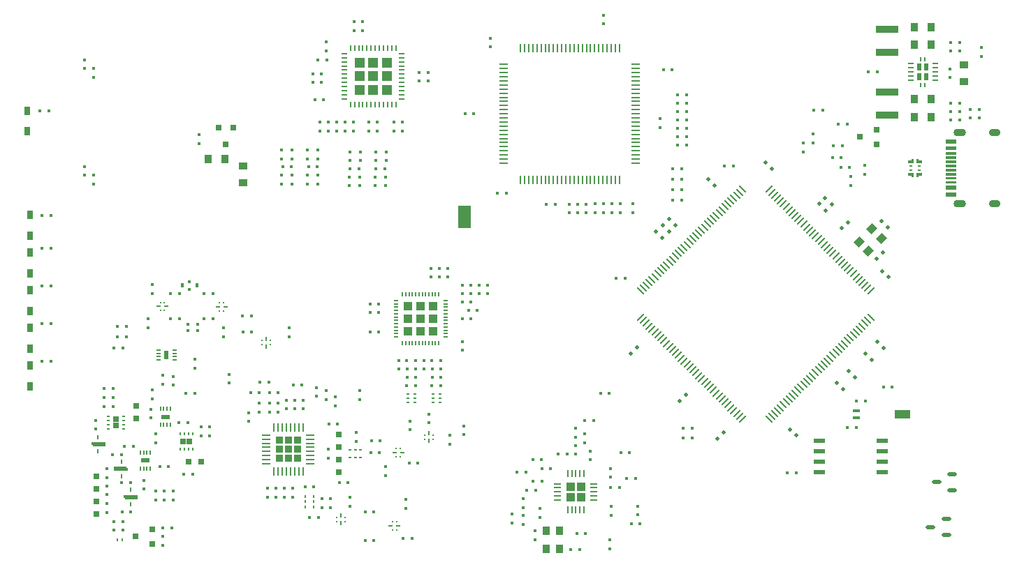
<source format=gbr>
G04 #@! TF.GenerationSoftware,KiCad,Pcbnew,8.0.4*
G04 #@! TF.CreationDate,2024-10-12T12:27:40+11:00*
G04 #@! TF.ProjectId,hackrf-one,6861636b-7266-42d6-9f6e-652e6b696361,rev?*
G04 #@! TF.SameCoordinates,Original*
G04 #@! TF.FileFunction,Paste,Top*
G04 #@! TF.FilePolarity,Positive*
%FSLAX45Y45*%
G04 Gerber Fmt 4.5, Leading zero omitted, Abs format (unit mm)*
G04 Created by KiCad (PCBNEW 8.0.4) date 2024-10-12 12:27:40*
%MOMM*%
%LPD*%
G01*
G04 APERTURE LIST*
G04 Aperture macros list*
%AMRoundRect*
0 Rectangle with rounded corners*
0 $1 Rounding radius*
0 $2 $3 $4 $5 $6 $7 $8 $9 X,Y pos of 4 corners*
0 Add a 4 corners polygon primitive as box body*
4,1,4,$2,$3,$4,$5,$6,$7,$8,$9,$2,$3,0*
0 Add four circle primitives for the rounded corners*
1,1,$1+$1,$2,$3*
1,1,$1+$1,$4,$5*
1,1,$1+$1,$6,$7*
1,1,$1+$1,$8,$9*
0 Add four rect primitives between the rounded corners*
20,1,$1+$1,$2,$3,$4,$5,0*
20,1,$1+$1,$4,$5,$6,$7,0*
20,1,$1+$1,$6,$7,$8,$9,0*
20,1,$1+$1,$8,$9,$2,$3,0*%
%AMRotRect*
0 Rectangle, with rotation*
0 The origin of the aperture is its center*
0 $1 length*
0 $2 width*
0 $3 Rotation angle, in degrees counterclockwise*
0 Add horizontal line*
21,1,$1,$2,0,0,$3*%
%AMFreePoly0*
4,1,29,0.240000,-0.747045,0.238776,-0.750000,0.238776,-0.754476,0.233514,-0.761718,0.223415,-0.765000,0.195163,-0.765000,0.191336,-0.765761,0.136205,-0.788597,0.132961,-0.790765,0.090765,-0.832961,0.088597,-0.836205,0.065761,-0.891336,0.065000,-0.895163,0.065000,-0.923414,0.061718,-0.933514,0.054476,-0.938776,0.052955,-0.938776,0.049128,-0.939537,0.048010,-0.940000,-0.235510,-0.940000,
-0.238685,-0.938685,-0.240000,-0.935510,-0.240000,-0.758239,-0.238172,-0.753827,-0.238172,-0.746173,-0.240000,-0.744345,-0.240000,0.740000,0.240000,0.740000,0.240000,-0.747045,0.240000,-0.747045,$1*%
%AMFreePoly1*
4,1,19,0.134436,0.334436,0.148800,0.299760,0.148800,-0.299760,0.134436,-0.334436,0.099761,-0.348800,-0.099761,-0.348800,-0.134436,-0.334436,-0.148800,-0.299760,-0.148800,0.050000,-0.149151,0.050849,-0.150000,0.051200,-0.299761,0.051200,-0.334436,0.065563,-0.348800,0.100239,-0.348800,0.299760,-0.334436,0.334436,-0.299761,0.348800,0.099761,0.348800,0.134436,0.334436,0.134436,0.334436,
$1*%
%AMFreePoly2*
4,1,19,0.334436,0.334436,0.348800,0.299760,0.348800,0.100239,0.334436,0.065563,0.299761,0.051200,0.150000,0.051200,0.149151,0.050849,0.148800,0.050000,0.148800,-0.299760,0.134436,-0.334436,0.099761,-0.348800,-0.099761,-0.348800,-0.134436,-0.334436,-0.148800,-0.299760,-0.148800,0.299760,-0.134436,0.334436,-0.099761,0.348800,0.299761,0.348800,0.334436,0.334436,0.334436,0.334436,
$1*%
%AMFreePoly3*
4,1,19,0.134436,0.334436,0.148800,0.299760,0.148800,-0.050000,0.149151,-0.050849,0.150000,-0.051200,0.299761,-0.051200,0.334436,-0.065563,0.348800,-0.100239,0.348800,-0.299760,0.334436,-0.334436,0.299761,-0.348800,-0.099761,-0.348800,-0.134436,-0.334436,-0.148800,-0.299760,-0.148800,0.299760,-0.134436,0.334436,-0.099761,0.348800,0.099761,0.348800,0.134436,0.334436,0.134436,0.334436,
$1*%
%AMFreePoly4*
4,1,19,0.134436,0.334436,0.148800,0.299760,0.148800,-0.299760,0.134436,-0.334436,0.099761,-0.348800,-0.299761,-0.348800,-0.334436,-0.334436,-0.348800,-0.299760,-0.348800,-0.100239,-0.334436,-0.065563,-0.299761,-0.051200,-0.150000,-0.051200,-0.149151,-0.050849,-0.148800,-0.050000,-0.148800,0.299760,-0.134436,0.334436,-0.099761,0.348800,0.099761,0.348800,0.134436,0.334436,0.134436,0.334436,
$1*%
G04 Aperture macros list end*
%ADD10C,0.000000*%
%ADD11R,0.760000X1.140000*%
%ADD12R,0.424688X0.386080*%
%ADD13R,0.386080X0.424688*%
%ADD14R,1.094536X0.874472*%
%ADD15R,0.874472X1.094536*%
%ADD16RotRect,0.386080X0.424688X135.000000*%
%ADD17RotRect,0.386080X0.424688X225.000000*%
%ADD18RotRect,0.386080X0.424688X315.000000*%
%ADD19RotRect,0.386080X0.424688X45.000000*%
%ADD20R,1.558000X2.774000*%
%ADD21R,0.656336X0.656336*%
%ADD22R,2.812592X0.911148*%
%ADD23R,0.694944X0.694944*%
%ADD24R,0.250952X0.310794*%
%ADD25R,0.310794X0.250952*%
%ADD26R,0.418896X0.189180*%
%ADD27R,0.380288X0.303072*%
%ADD28R,0.836000X0.836000*%
%ADD29O,0.212800X1.026000*%
%ADD30O,1.026000X0.212800*%
%ADD31R,0.380288X0.532790*%
%ADD32R,0.455574X0.380288*%
%ADD33R,0.588000X1.078000*%
%ADD34R,0.608000X0.182400*%
%ADD35R,1.078000X0.588000*%
%ADD36R,0.182400X0.608000*%
%ADD37R,1.140000X1.140000*%
%ADD38O,0.186200X0.661200*%
%ADD39O,0.661200X0.186200*%
%ADD40R,1.254000X1.254000*%
%ADD41O,0.212800X0.684000*%
%ADD42O,0.684000X0.212800*%
%ADD43R,1.003200X1.003200*%
%ADD44O,0.243200X0.912000*%
%ADD45O,0.912000X0.243200*%
%ADD46R,1.447800X0.482600*%
%ADD47R,0.627000X0.912000*%
%ADD48R,0.212800X0.532000*%
%ADD49R,0.646000X0.212800*%
%ADD50RotRect,1.140866X0.223926X225.000000*%
%ADD51RotRect,1.140866X0.223926X315.000000*%
%ADD52R,0.223926X1.140866*%
%ADD53R,1.140866X0.223926*%
%ADD54R,0.911148X1.063650*%
%ADD55RotRect,1.063650X0.911148X45.000000*%
%ADD56R,1.824000X1.140000*%
%ADD57R,0.836000X0.456000*%
%ADD58R,0.750000X0.650000*%
%ADD59RoundRect,0.047500X-0.142500X-0.047500X0.142500X-0.047500X0.142500X0.047500X-0.142500X0.047500X0*%
%ADD60R,0.650000X0.750000*%
%ADD61RoundRect,0.047500X-0.047500X0.142500X-0.047500X-0.142500X0.047500X-0.142500X0.047500X0.142500X0*%
%ADD62R,0.144000X0.288000*%
%ADD63R,0.489600X0.192000*%
%ADD64R,0.288000X0.144000*%
%ADD65R,0.192000X0.489600*%
%ADD66R,0.259200X0.528000*%
%ADD67FreePoly0,270.000000*%
%ADD68FreePoly0,90.000000*%
%ADD69RoundRect,0.114000X0.446500X0.114000X-0.446500X0.114000X-0.446500X-0.114000X0.446500X-0.114000X0*%
%ADD70R,0.266000X0.456000*%
%ADD71FreePoly1,90.000000*%
%ADD72R,0.456000X0.152000*%
%ADD73FreePoly2,90.000000*%
%ADD74FreePoly3,90.000000*%
%ADD75FreePoly4,90.000000*%
%ADD76O,1.520000X0.912000*%
%ADD77O,1.368000X0.912000*%
%ADD78R,0.988000X0.228000*%
G04 APERTURE END LIST*
D10*
G04 #@! TO.C,J11*
G36*
X16239910Y-10425560D02*
G01*
X16110010Y-10425560D01*
X16110010Y-10395560D01*
X16239910Y-10395560D01*
X16239910Y-10425560D01*
G37*
G36*
X16239910Y-10475560D02*
G01*
X16110010Y-10475560D01*
X16110010Y-10445560D01*
X16239910Y-10445560D01*
X16239910Y-10475560D01*
G37*
G36*
X16239910Y-10525560D02*
G01*
X16110010Y-10525560D01*
X16110010Y-10495560D01*
X16239910Y-10495560D01*
X16239910Y-10525560D01*
G37*
G36*
X16239910Y-10575560D02*
G01*
X16110010Y-10575560D01*
X16110010Y-10545560D01*
X16239910Y-10545560D01*
X16239910Y-10575560D01*
G37*
G36*
X16239910Y-10625560D02*
G01*
X16110010Y-10625560D01*
X16110010Y-10595560D01*
X16239910Y-10595560D01*
X16239910Y-10625560D01*
G37*
G36*
X16239910Y-10675560D02*
G01*
X16110010Y-10675560D01*
X16110010Y-10645560D01*
X16239910Y-10645560D01*
X16239910Y-10675560D01*
G37*
G36*
X16239910Y-10725560D02*
G01*
X16110010Y-10725560D01*
X16110010Y-10695560D01*
X16239910Y-10695560D01*
X16239910Y-10725560D01*
G37*
G36*
X16239910Y-10775560D02*
G01*
X16110010Y-10775560D01*
X16110010Y-10745560D01*
X16239910Y-10745560D01*
X16239910Y-10775560D01*
G37*
G36*
X16240010Y-10290560D02*
G01*
X16237710Y-10290560D01*
X16110010Y-10290560D01*
X16110010Y-10240560D01*
X16240010Y-10240560D01*
X16240010Y-10290560D01*
G37*
G36*
X16240010Y-10370560D02*
G01*
X16237710Y-10370560D01*
X16110010Y-10370560D01*
X16110010Y-10320560D01*
X16240010Y-10320560D01*
X16240010Y-10370560D01*
G37*
G36*
X16240010Y-10850560D02*
G01*
X16237710Y-10850560D01*
X16110010Y-10850560D01*
X16110010Y-10800560D01*
X16240010Y-10800560D01*
X16240010Y-10850560D01*
G37*
G36*
X16240010Y-10930560D02*
G01*
X16237710Y-10930560D01*
X16110010Y-10930560D01*
X16110010Y-10880560D01*
X16240010Y-10880560D01*
X16240010Y-10930560D01*
G37*
G04 #@! TD*
D11*
G04 #@! TO.C,D6*
X5009260Y-13234360D03*
X5009260Y-12984360D03*
G04 #@! TD*
G04 #@! TO.C,D4*
X5009260Y-12319960D03*
X5009260Y-12069960D03*
G04 #@! TD*
G04 #@! TO.C,D8*
X5009260Y-11405560D03*
X5009260Y-11155560D03*
G04 #@! TD*
G04 #@! TO.C,D5*
X5009260Y-12777160D03*
X5009260Y-12527160D03*
G04 #@! TD*
G04 #@! TO.C,D2*
X5009260Y-11862760D03*
X5009260Y-11612760D03*
G04 #@! TD*
G04 #@! TO.C,D7*
X4982260Y-10140560D03*
X4982260Y-9890560D03*
G04 #@! TD*
D12*
G04 #@! TO.C,C1*
X7991900Y-14476900D03*
X7991900Y-14583580D03*
G04 #@! TD*
G04 #@! TO.C,C2*
X7890300Y-14476900D03*
X7890300Y-14583580D03*
G04 #@! TD*
G04 #@! TO.C,C3*
X8195100Y-14476900D03*
X8195100Y-14583580D03*
G04 #@! TD*
G04 #@! TO.C,C4*
X8093500Y-14476900D03*
X8093500Y-14583580D03*
G04 #@! TD*
G04 #@! TO.C,C5*
X8116360Y-13511700D03*
X8116360Y-13405020D03*
G04 #@! TD*
G04 #@! TO.C,C6*
X8217960Y-13511700D03*
X8217960Y-13405020D03*
G04 #@! TD*
D13*
G04 #@! TO.C,C7*
X9644000Y-15083180D03*
X9537320Y-15083180D03*
G04 #@! TD*
D12*
G04 #@! TO.C,C8*
X10274160Y-13717020D03*
X10274160Y-13823700D03*
G04 #@! TD*
G04 #@! TO.C,C9*
X7422260Y-13195720D03*
X7422260Y-13089040D03*
G04 #@! TD*
G04 #@! TO.C,C12*
X7661700Y-13554880D03*
X7661700Y-13661560D03*
G04 #@! TD*
D13*
G04 #@! TO.C,C13*
X7791240Y-13316120D03*
X7684560Y-13316120D03*
G04 #@! TD*
D12*
G04 #@! TO.C,C14*
X7915700Y-13547260D03*
X7915700Y-13440580D03*
G04 #@! TD*
D13*
G04 #@! TO.C,C15*
X7913160Y-13316120D03*
X8019840Y-13316120D03*
G04 #@! TD*
D12*
G04 #@! TO.C,C16*
X9568280Y-14717820D03*
X9568280Y-14611140D03*
G04 #@! TD*
D13*
G04 #@! TO.C,C17*
X7122500Y-12419380D03*
X7229180Y-12419380D03*
G04 #@! TD*
G04 #@! TO.C,C18*
X6716100Y-12419380D03*
X6822780Y-12419380D03*
G04 #@! TD*
G04 #@! TO.C,C20*
X7589620Y-12378440D03*
X7696300Y-12378440D03*
G04 #@! TD*
G04 #@! TO.C,C21*
X9179420Y-14763500D03*
X9072740Y-14763500D03*
G04 #@! TD*
G04 #@! TO.C,C22*
X8402420Y-14827040D03*
X8509100Y-14827040D03*
G04 #@! TD*
D12*
G04 #@! TO.C,C23*
X9009240Y-13396980D03*
X9009240Y-13290300D03*
G04 #@! TD*
G04 #@! TO.C,C24*
X8150960Y-12528340D03*
X8150960Y-12635020D03*
G04 #@! TD*
D13*
G04 #@! TO.C,C25*
X8548160Y-14598820D03*
X8654840Y-14598820D03*
G04 #@! TD*
G04 #@! TO.C,C26*
X6822780Y-12114580D03*
X6716100Y-12114580D03*
G04 #@! TD*
G04 #@! TO.C,C27*
X7122500Y-12114580D03*
X7229180Y-12114580D03*
G04 #@! TD*
G04 #@! TO.C,C28*
X8548160Y-14713120D03*
X8654840Y-14713120D03*
G04 #@! TD*
D12*
G04 #@! TO.C,C30*
X7355940Y-12632480D03*
X7355940Y-12525800D03*
G04 #@! TD*
G04 #@! TO.C,C31*
X6441780Y-12523520D03*
X6441780Y-12416840D03*
G04 #@! TD*
D13*
G04 #@! TO.C,C32*
X9179420Y-15106400D03*
X9072740Y-15106400D03*
G04 #@! TD*
D12*
G04 #@! TO.C,C33*
X8893600Y-14692800D03*
X8893600Y-14586120D03*
G04 #@! TD*
G04 #@! TO.C,C34*
X8713260Y-13471060D03*
X8713260Y-13364380D03*
G04 #@! TD*
G04 #@! TO.C,C35*
X8598960Y-13394860D03*
X8598960Y-13288180D03*
G04 #@! TD*
G04 #@! TO.C,C36*
X8484660Y-13356760D03*
X8484660Y-13250080D03*
G04 #@! TD*
D13*
G04 #@! TO.C,C37*
X8309400Y-13217060D03*
X8202720Y-13217060D03*
G04 #@! TD*
G04 #@! TO.C,C38*
X6073480Y-12508280D03*
X6180160Y-12508280D03*
G04 #@! TD*
D12*
G04 #@! TO.C,C39*
X7012800Y-13013440D03*
X7012800Y-12906760D03*
G04 #@! TD*
D13*
G04 #@! TO.C,C40*
X6073480Y-12632740D03*
X6180160Y-12632740D03*
G04 #@! TD*
G04 #@! TO.C,C41*
X8761520Y-14408320D03*
X8868200Y-14408320D03*
G04 #@! TD*
G04 #@! TO.C,C42*
X8741200Y-13697120D03*
X8634520Y-13697120D03*
G04 #@! TD*
G04 #@! TO.C,C43*
X6136500Y-12767060D03*
X6029820Y-12767060D03*
G04 #@! TD*
D12*
G04 #@! TO.C,C44*
X6746340Y-13221720D03*
X6746340Y-13115040D03*
G04 #@! TD*
D13*
G04 #@! TO.C,C45*
X9151720Y-13897400D03*
X9258400Y-13897400D03*
G04 #@! TD*
G04 #@! TO.C,C46*
X9248240Y-14042180D03*
X9141560Y-14042180D03*
G04 #@! TD*
D12*
G04 #@! TO.C,C47*
X10098900Y-13935460D03*
X10098900Y-13828780D03*
G04 #@! TD*
G04 #@! TO.C,C48*
X9850220Y-13678920D03*
X9850220Y-13572240D03*
G04 #@! TD*
G04 #@! TO.C,C49*
X8967260Y-13796180D03*
X8967260Y-13902860D03*
G04 #@! TD*
G04 #@! TO.C,C50*
X6479640Y-13620540D03*
X6479640Y-13513860D03*
G04 #@! TD*
D13*
G04 #@! TO.C,C51*
X9713060Y-14171720D03*
X9606380Y-14171720D03*
G04 #@! TD*
G04 #@! TO.C,C52*
X6017360Y-13478300D03*
X5910680Y-13478300D03*
G04 #@! TD*
G04 #@! TO.C,C53*
X6017360Y-13371620D03*
X5910680Y-13371620D03*
G04 #@! TD*
D12*
G04 #@! TO.C,C54*
X9321900Y-14212360D03*
X9321900Y-14319040D03*
G04 #@! TD*
D13*
G04 #@! TO.C,C55*
X6902180Y-13319440D03*
X7008860Y-13319440D03*
G04 #@! TD*
D12*
G04 #@! TO.C,C56*
X9621380Y-13765280D03*
X9621380Y-13658600D03*
G04 #@! TD*
G04 #@! TO.C,C57*
X6621880Y-13211600D03*
X6621880Y-13104920D03*
G04 #@! TD*
G04 #@! TO.C,C58*
X5806540Y-13755160D03*
X5806540Y-13648480D03*
G04 #@! TD*
D13*
G04 #@! TO.C,C59*
X6817460Y-13673880D03*
X6924140Y-13673880D03*
G04 #@! TD*
D12*
G04 #@! TO.C,C60*
X6497420Y-13282720D03*
X6497420Y-13389400D03*
G04 #@! TD*
G04 #@! TO.C,C61*
X6532980Y-13922800D03*
X6532980Y-13816120D03*
G04 #@! TD*
G04 #@! TO.C,C63*
X6746340Y-14509540D03*
X6746340Y-14616220D03*
G04 #@! TD*
G04 #@! TO.C,C64*
X6393280Y-14377460D03*
X6393280Y-14484140D03*
G04 #@! TD*
G04 #@! TO.C,C65*
X6639660Y-14616220D03*
X6639660Y-14509540D03*
G04 #@! TD*
G04 #@! TO.C,C66*
X6532980Y-14616220D03*
X6532980Y-14509540D03*
G04 #@! TD*
G04 #@! TO.C,C67*
X10990280Y-14601860D03*
X10990280Y-14708540D03*
G04 #@! TD*
G04 #@! TO.C,C68*
X11628500Y-13851040D03*
X11628500Y-13744360D03*
G04 #@! TD*
D13*
G04 #@! TO.C,C69*
X11737720Y-13652920D03*
X11844400Y-13652920D03*
G04 #@! TD*
D12*
G04 #@! TO.C,C70*
X10990280Y-14805060D03*
X10990280Y-14911740D03*
G04 #@! TD*
G04 #@! TO.C,C71*
X8930500Y-10028000D03*
X8930500Y-10134680D03*
G04 #@! TD*
G04 #@! TO.C,C72*
X8828900Y-10028000D03*
X8828900Y-10134680D03*
G04 #@! TD*
G04 #@! TO.C,C73*
X9222600Y-10028000D03*
X9222600Y-10134680D03*
G04 #@! TD*
G04 #@! TO.C,C74*
X9121000Y-10028000D03*
X9121000Y-10134680D03*
G04 #@! TD*
G04 #@! TO.C,C75*
X9425800Y-10028000D03*
X9425800Y-10134680D03*
G04 #@! TD*
G04 #@! TO.C,C76*
X9527400Y-10028000D03*
X9527400Y-10134680D03*
G04 #@! TD*
G04 #@! TO.C,C77*
X9044800Y-8915480D03*
X9044800Y-8808800D03*
G04 #@! TD*
G04 #@! TO.C,C78*
X8943200Y-8915480D03*
X8943200Y-8808800D03*
G04 #@! TD*
D13*
G04 #@! TO.C,C79*
X8609190Y-9274890D03*
X8502510Y-9274890D03*
G04 #@! TD*
D12*
G04 #@! TO.C,C80*
X8606650Y-9163130D03*
X8606650Y-9056450D03*
G04 #@! TD*
D13*
G04 #@! TO.C,C81*
X8545690Y-9541590D03*
X8439010Y-9541590D03*
G04 #@! TD*
G04 #@! TO.C,C82*
X8545690Y-9439990D03*
X8439010Y-9439990D03*
G04 #@! TD*
G04 #@! TO.C,C83*
X8571090Y-9757490D03*
X8464410Y-9757490D03*
G04 #@! TD*
D12*
G04 #@! TO.C,C84*
X9480410Y-12920730D03*
X9480410Y-13027410D03*
G04 #@! TD*
G04 #@! TO.C,C85*
X9785210Y-12920730D03*
X9785210Y-13027410D03*
G04 #@! TD*
G04 #@! TO.C,C86*
X10255110Y-12692130D03*
X10255110Y-12798810D03*
G04 #@! TD*
D13*
G04 #@! TO.C,C87*
X10252570Y-12415270D03*
X10359250Y-12415270D03*
G04 #@! TD*
G04 #@! TO.C,C88*
X10328770Y-12313670D03*
X10435450Y-12313670D03*
G04 #@! TD*
G04 #@! TO.C,C89*
X10252570Y-12212070D03*
X10359250Y-12212070D03*
G04 #@! TD*
D12*
G04 #@! TO.C,C90*
X9874110Y-11909810D03*
X9874110Y-11803130D03*
G04 #@! TD*
G04 #@! TO.C,C91*
X9975710Y-11909810D03*
X9975710Y-11803130D03*
G04 #@! TD*
D13*
G04 #@! TO.C,C92*
X9241650Y-12237470D03*
X9134970Y-12237470D03*
G04 #@! TD*
G04 #@! TO.C,C93*
X9241650Y-12339070D03*
X9134970Y-12339070D03*
G04 #@! TD*
G04 #@! TO.C,C94*
X9241650Y-12580370D03*
X9134970Y-12580370D03*
G04 #@! TD*
G04 #@! TO.C,C95*
X8074520Y-10571560D03*
X8181200Y-10571560D03*
G04 #@! TD*
G04 #@! TO.C,C96*
X8386940Y-10571560D03*
X8493620Y-10571560D03*
G04 #@! TD*
D12*
G04 #@! TO.C,C97*
X8524100Y-10028000D03*
X8524100Y-10134680D03*
G04 #@! TD*
G04 #@! TO.C,C98*
X8625700Y-10028000D03*
X8625700Y-10134680D03*
G04 #@! TD*
G04 #@! TO.C,C99*
X9582010Y-13022330D03*
X9582010Y-13129010D03*
G04 #@! TD*
G04 #@! TO.C,C100*
X8727300Y-10028000D03*
X8727300Y-10134680D03*
G04 #@! TD*
D13*
G04 #@! TO.C,C101*
X8893670Y-10595690D03*
X9000350Y-10595690D03*
G04 #@! TD*
D12*
G04 #@! TO.C,C102*
X9683610Y-13022330D03*
X9683610Y-13129010D03*
G04 #@! TD*
D13*
G04 #@! TO.C,C103*
X9206090Y-10595690D03*
X9312770Y-10595690D03*
G04 #@! TD*
D12*
G04 #@! TO.C,C104*
X9886810Y-13022330D03*
X9886810Y-13129010D03*
G04 #@! TD*
D14*
G04 #@! TO.C,C105*
X7597520Y-10762400D03*
X7597520Y-10559200D03*
G04 #@! TD*
D12*
G04 #@! TO.C,C106*
X10077310Y-11909810D03*
X10077310Y-11803130D03*
G04 #@! TD*
G04 #@! TO.C,C107*
X9329280Y-10495360D03*
X9329280Y-10388680D03*
G04 #@! TD*
G04 #@! TO.C,C108*
X9202280Y-10495360D03*
X9202280Y-10388680D03*
G04 #@! TD*
G04 #@! TO.C,C109*
X9016860Y-10495360D03*
X9016860Y-10388680D03*
G04 #@! TD*
G04 #@! TO.C,C110*
X8889860Y-10495360D03*
X8889860Y-10388680D03*
G04 #@! TD*
G04 #@! TO.C,C111*
X9988410Y-13022330D03*
X9988410Y-13129010D03*
G04 #@! TD*
G04 #@! TO.C,C112*
X10255110Y-12006330D03*
X10255110Y-12113010D03*
G04 #@! TD*
G04 #@! TO.C,C113*
X11197380Y-14718820D03*
X11197380Y-14825500D03*
G04 #@! TD*
G04 #@! TO.C,C114*
X10559910Y-12006330D03*
X10559910Y-12113010D03*
G04 #@! TD*
D13*
G04 #@! TO.C,C115*
X11217020Y-14386980D03*
X11110340Y-14386980D03*
G04 #@! TD*
G04 #@! TO.C,C116*
X11021440Y-14280300D03*
X10914760Y-14280300D03*
G04 #@! TD*
G04 #@! TO.C,C118*
X15025600Y-13735560D03*
X14918920Y-13735560D03*
G04 #@! TD*
D12*
G04 #@! TO.C,C119*
X11806980Y-14127000D03*
X11806980Y-14020320D03*
G04 #@! TD*
G04 #@! TO.C,C120*
X12045060Y-14341260D03*
X12045060Y-14234580D03*
G04 #@! TD*
D13*
G04 #@! TO.C,C121*
X11138280Y-14496200D03*
X11031600Y-14496200D03*
G04 #@! TD*
G04 #@! TO.C,C122*
X11519280Y-14056780D03*
X11412600Y-14056780D03*
G04 #@! TD*
G04 #@! TO.C,C123*
X9728060Y-9531430D03*
X9834740Y-9531430D03*
G04 #@! TD*
G04 #@! TO.C,C124*
X9728060Y-9429830D03*
X9834740Y-9429830D03*
G04 #@! TD*
G04 #@! TO.C,C125*
X16175620Y-10004880D03*
X16282300Y-10004880D03*
G04 #@! TD*
D15*
G04 #@! TO.C,C126*
X15733660Y-9966780D03*
X15936860Y-9966780D03*
G04 #@! TD*
G04 #@! TO.C,C127*
X15733660Y-9750880D03*
X15936860Y-9750880D03*
G04 #@! TD*
D16*
G04 #@! TO.C,C128*
X14004605Y-10591212D03*
X13929171Y-10515778D03*
G04 #@! TD*
G04 #@! TO.C,C129*
X13313125Y-10797758D03*
X13237691Y-10722324D03*
G04 #@! TD*
G04 #@! TO.C,C130*
X12675527Y-11435356D03*
X12600093Y-11359922D03*
G04 #@! TD*
D13*
G04 #@! TO.C,C131*
X12225400Y-11925720D03*
X12118720Y-11925720D03*
G04 #@! TD*
D17*
G04 #@! TO.C,C132*
X12369797Y-12759223D03*
X12294363Y-12834657D03*
G04 #@! TD*
G04 #@! TO.C,C133*
X12962895Y-13335578D03*
X12887461Y-13411012D03*
G04 #@! TD*
G04 #@! TO.C,C134*
X13420888Y-13793571D03*
X13345454Y-13869005D03*
G04 #@! TD*
D18*
G04 #@! TO.C,C135*
X14225519Y-13757650D03*
X14300953Y-13833084D03*
G04 #@! TD*
G04 #@! TO.C,C136*
X14791275Y-13191894D03*
X14866710Y-13267328D03*
G04 #@! TD*
G04 #@! TO.C,C137*
X14934959Y-13048210D03*
X15010394Y-13123644D03*
G04 #@! TD*
G04 #@! TO.C,C138*
X15141505Y-12841664D03*
X15216940Y-12917098D03*
G04 #@! TD*
G04 #@! TO.C,C139*
X15285189Y-12697980D03*
X15360624Y-12773414D03*
G04 #@! TD*
G04 #@! TO.C,C140*
X15339071Y-11835875D03*
X15414505Y-11911310D03*
G04 #@! TD*
D19*
G04 #@! TO.C,C141*
X14575749Y-11022264D03*
X14651183Y-10946830D03*
G04 #@! TD*
G04 #@! TO.C,C142*
X14854137Y-11318613D03*
X14929571Y-11243178D03*
G04 #@! TD*
D14*
G04 #@! TO.C,C143*
X16330560Y-9331780D03*
X16330560Y-9534980D03*
G04 #@! TD*
D13*
G04 #@! TO.C,C144*
X14297520Y-14283440D03*
X14190840Y-14283440D03*
G04 #@! TD*
D15*
G04 #@! TO.C,C145*
X15936860Y-9090480D03*
X15733660Y-9090480D03*
G04 #@! TD*
G04 #@! TO.C,C146*
X15936860Y-8874580D03*
X15733660Y-8874580D03*
G04 #@! TD*
D12*
G04 #@! TO.C,C147*
X16165460Y-9380040D03*
X16165460Y-9486720D03*
G04 #@! TD*
G04 #@! TO.C,C148*
X12649060Y-9988300D03*
X12649060Y-10094980D03*
G04 #@! TD*
D13*
G04 #@! TO.C,C149*
X12687680Y-9395880D03*
X12794360Y-9395880D03*
G04 #@! TD*
D12*
G04 #@! TO.C,C150*
X11963260Y-8837680D03*
X11963260Y-8731000D03*
G04 #@! TD*
G04 #@! TO.C,C151*
X10591660Y-9117080D03*
X10591660Y-9010400D03*
G04 #@! TD*
D13*
G04 #@! TO.C,C152*
X11270360Y-11026560D03*
X11377040Y-11026560D03*
G04 #@! TD*
G04 #@! TO.C,C153*
X10391000Y-9927340D03*
X10284320Y-9927340D03*
G04 #@! TD*
G04 #@! TO.C,C154*
X10785220Y-10894480D03*
X10678540Y-10894480D03*
G04 #@! TD*
G04 #@! TO.C,C156*
X11211940Y-14125360D03*
X11105260Y-14125360D03*
G04 #@! TD*
D19*
G04 #@! TO.C,C157*
X15276209Y-11686803D03*
X15351643Y-11611369D03*
G04 #@! TD*
D18*
G04 #@! TO.C,C158*
X15330091Y-11234198D03*
X15405525Y-11309632D03*
G04 #@! TD*
D13*
G04 #@! TO.C,C159*
X12034900Y-13322720D03*
X11928220Y-13322720D03*
G04 #@! TD*
D12*
G04 #@! TO.C,C160*
X7190840Y-13727220D03*
X7190840Y-13833900D03*
G04 #@! TD*
D13*
G04 #@! TO.C,C162*
X6984592Y-14299736D03*
X6877912Y-14299736D03*
G04 #@! TD*
G04 #@! TO.C,C163*
X5912966Y-13263416D03*
X6019646Y-13263416D03*
G04 #@! TD*
G04 #@! TO.C,C164*
X15028920Y-13415560D03*
X15135600Y-13415560D03*
G04 #@! TD*
G04 #@! TO.C,C165*
X12405740Y-14905140D03*
X12299060Y-14905140D03*
G04 #@! TD*
D12*
G04 #@! TO.C,C166*
X10853800Y-14785760D03*
X10853800Y-14892440D03*
G04 #@! TD*
G04 #@! TO.C,C167*
X7061580Y-10183280D03*
X7061580Y-10289960D03*
G04 #@! TD*
D13*
G04 #@! TO.C,C168*
X12911200Y-10975760D03*
X12804520Y-10975760D03*
G04 #@! TD*
G04 #@! TO.C,C169*
X11673700Y-15215620D03*
X11567020Y-15215620D03*
G04 #@! TD*
D12*
G04 #@! TO.C,C170*
X11132260Y-15098900D03*
X11132260Y-14992220D03*
G04 #@! TD*
D13*
G04 #@! TO.C,C171*
X6621880Y-14954040D03*
X6728560Y-14954040D03*
G04 #@! TD*
D15*
G04 #@! TO.C,FB2*
X7376020Y-10478520D03*
X7172820Y-10478520D03*
G04 #@! TD*
D20*
G04 #@! TO.C,J10*
X10282260Y-11175560D03*
G04 #@! TD*
D13*
G04 #@! TO.C,L1*
X8344960Y-14459120D03*
X8451640Y-14459120D03*
G04 #@! TD*
D21*
G04 #@! TO.C,L2*
X8751360Y-14128920D03*
X8751360Y-14281320D03*
G04 #@! TD*
G04 #@! TO.C,L3*
X8751360Y-13976520D03*
X8751360Y-13824120D03*
G04 #@! TD*
D12*
G04 #@! TO.C,L4*
X8624360Y-13999380D03*
X8624360Y-14106060D03*
G04 #@! TD*
D21*
G04 #@! TO.C,L5*
X6301840Y-13473220D03*
X6301840Y-13625620D03*
G04 #@! TD*
D13*
G04 #@! TO.C,L6*
X9579470Y-13228070D03*
X9686150Y-13228070D03*
G04 #@! TD*
G04 #@! TO.C,L7*
X9579470Y-12923270D03*
X9686150Y-12923270D03*
G04 #@! TD*
G04 #@! TO.C,L8*
X9884270Y-13228070D03*
X9990950Y-13228070D03*
G04 #@! TD*
G04 #@! TO.C,L9*
X9884270Y-12923270D03*
X9990950Y-12923270D03*
G04 #@! TD*
D22*
G04 #@! TO.C,L10*
X15403460Y-9661726D03*
X15403460Y-9941634D03*
G04 #@! TD*
G04 #@! TO.C,L11*
X15403460Y-8899726D03*
X15403460Y-9179634D03*
G04 #@! TD*
D21*
G04 #@! TO.C,L12*
X7089240Y-14153940D03*
X6936840Y-14153940D03*
G04 #@! TD*
G04 #@! TO.C,L13*
X5819240Y-14479060D03*
X5819240Y-14326660D03*
G04 #@! TD*
D23*
G04 #@! TO.C,Q3*
X7386700Y-10295040D03*
X7475600Y-10091840D03*
X7297800Y-10091840D03*
G04 #@! TD*
G04 #@! TO.C,Q4*
X6289140Y-15060720D03*
X6492340Y-15149620D03*
X6492340Y-14971820D03*
G04 #@! TD*
G04 #@! TO.C,Q5*
X15070660Y-10205560D03*
X15273860Y-10294460D03*
X15273860Y-10116660D03*
G04 #@! TD*
D12*
G04 #@! TO.C,R1*
X7788700Y-13440580D03*
X7788700Y-13547260D03*
G04 #@! TD*
D13*
G04 #@! TO.C,R2*
X7905540Y-13189120D03*
X7798860Y-13189120D03*
G04 #@! TD*
D12*
G04 #@! TO.C,R3*
X8017300Y-13547260D03*
X8017300Y-13440580D03*
G04 #@! TD*
G04 #@! TO.C,R4*
X8319560Y-13405020D03*
X8319560Y-13511700D03*
G04 #@! TD*
D18*
G04 #@! TO.C,R5*
X12680443Y-11280943D03*
X12755877Y-11356377D03*
G04 #@! TD*
G04 #@! TO.C,R6*
X12756643Y-11204743D03*
X12832077Y-11280177D03*
G04 #@! TD*
D12*
G04 #@! TO.C,R7*
X5669660Y-10673500D03*
X5669660Y-10566820D03*
G04 #@! TD*
G04 #@! TO.C,R8*
X8064360Y-10365820D03*
X8064360Y-10472500D03*
G04 #@! TD*
G04 #@! TO.C,R9*
X8191360Y-10365820D03*
X8191360Y-10472500D03*
G04 #@! TD*
G04 #@! TO.C,R10*
X8376780Y-10365820D03*
X8376780Y-10472500D03*
G04 #@! TD*
D13*
G04 #@! TO.C,R11*
X13538580Y-10564280D03*
X13431900Y-10564280D03*
G04 #@! TD*
D12*
G04 #@! TO.C,R13*
X8503780Y-10365820D03*
X8503780Y-10472500D03*
G04 #@! TD*
G04 #@! TO.C,R14*
X8503780Y-10670620D03*
X8503780Y-10777300D03*
G04 #@! TD*
G04 #@! TO.C,R15*
X8376780Y-10670620D03*
X8376780Y-10777300D03*
G04 #@! TD*
G04 #@! TO.C,R16*
X8191360Y-10670620D03*
X8191360Y-10777300D03*
G04 #@! TD*
G04 #@! TO.C,R17*
X8064360Y-10670620D03*
X8064360Y-10777300D03*
G04 #@! TD*
D13*
G04 #@! TO.C,R18*
X5159120Y-11559960D03*
X5265800Y-11559960D03*
G04 #@! TD*
D12*
G04 #@! TO.C,R19*
X5778880Y-9484780D03*
X5778880Y-9378100D03*
G04 #@! TD*
G04 #@! TO.C,R20*
X8883510Y-10694750D03*
X8883510Y-10801430D03*
G04 #@! TD*
G04 #@! TO.C,R21*
X9010510Y-10694750D03*
X9010510Y-10801430D03*
G04 #@! TD*
G04 #@! TO.C,R22*
X9195930Y-10694750D03*
X9195930Y-10801430D03*
G04 #@! TD*
G04 #@! TO.C,R23*
X9322930Y-10694750D03*
X9322930Y-10801430D03*
G04 #@! TD*
D13*
G04 #@! TO.C,R25*
X10354170Y-12110470D03*
X10460850Y-12110470D03*
G04 #@! TD*
G04 #@! TO.C,R26*
X10354170Y-12008870D03*
X10460850Y-12008870D03*
G04 #@! TD*
G04 #@! TO.C,R27*
X12245720Y-14356500D03*
X12352400Y-14356500D03*
G04 #@! TD*
G04 #@! TO.C,R28*
X12172060Y-14044080D03*
X12278740Y-14044080D03*
G04 #@! TD*
D12*
G04 #@! TO.C,R30*
X5778880Y-10780180D03*
X5778880Y-10673500D03*
G04 #@! TD*
G04 #@! TO.C,R31*
X11625960Y-13955180D03*
X11625960Y-14061860D03*
G04 #@! TD*
G04 #@! TO.C,R32*
X11737720Y-13812940D03*
X11737720Y-13919620D03*
G04 #@! TD*
G04 #@! TO.C,R33*
X12375260Y-14798460D03*
X12375260Y-14691780D03*
G04 #@! TD*
D13*
G04 #@! TO.C,R34*
X11216500Y-14237720D03*
X11323180Y-14237720D03*
G04 #@! TD*
G04 #@! TO.C,R37*
X14838920Y-10575560D03*
X14945600Y-10575560D03*
G04 #@! TD*
G04 #@! TO.C,R41*
X12804520Y-10848760D03*
X12911200Y-10848760D03*
G04 #@! TD*
G04 #@! TO.C,R46*
X16282300Y-9801680D03*
X16175620Y-9801680D03*
G04 #@! TD*
G04 #@! TO.C,R47*
X16175620Y-9903280D03*
X16282300Y-9903280D03*
G04 #@! TD*
G04 #@! TO.C,R48*
X15463900Y-13249060D03*
X15357220Y-13249060D03*
G04 #@! TD*
D12*
G04 #@! TO.C,R49*
X5669660Y-9271420D03*
X5669660Y-9378100D03*
G04 #@! TD*
D13*
G04 #@! TO.C,R51*
X14915600Y-10055560D03*
X14808920Y-10055560D03*
G04 #@! TD*
D12*
G04 #@! TO.C,R52*
X16542260Y-9228900D03*
X16542260Y-9122220D03*
G04 #@! TD*
D13*
G04 #@! TO.C,R54*
X15172320Y-9420680D03*
X15279000Y-9420680D03*
G04 #@! TD*
G04 #@! TO.C,R55*
X16282300Y-9166680D03*
X16175620Y-9166680D03*
G04 #@! TD*
G04 #@! TO.C,R56*
X16282300Y-9065080D03*
X16175620Y-9065080D03*
G04 #@! TD*
D12*
G04 #@! TO.C,R57*
X15132260Y-10658900D03*
X15132260Y-10552220D03*
G04 #@! TD*
G04 #@! TO.C,R58*
X14962260Y-10798900D03*
X14962260Y-10692220D03*
G04 #@! TD*
D13*
G04 #@! TO.C,R59*
X13038200Y-13863740D03*
X12931520Y-13863740D03*
G04 #@! TD*
G04 #@! TO.C,R62*
X14748920Y-10315560D03*
X14855600Y-10315560D03*
G04 #@! TD*
D12*
G04 #@! TO.C,R63*
X14501240Y-10175660D03*
X14501240Y-10282340D03*
G04 #@! TD*
G04 #@! TO.C,R64*
X14386940Y-10391560D03*
X14386940Y-10284880D03*
G04 #@! TD*
D13*
G04 #@! TO.C,R65*
X14845600Y-10455560D03*
X14738920Y-10455560D03*
G04 #@! TD*
G04 #@! TO.C,R66*
X14620620Y-9885560D03*
X14513940Y-9885560D03*
G04 #@! TD*
G04 #@! TO.C,R67*
X12911200Y-10594760D03*
X12804520Y-10594760D03*
G04 #@! TD*
G04 #@! TO.C,R68*
X12911200Y-10721760D03*
X12804520Y-10721760D03*
G04 #@! TD*
D19*
G04 #@! TO.C,R69*
X14656572Y-11103087D03*
X14732006Y-11027652D03*
G04 #@! TD*
D13*
G04 #@! TO.C,R72*
X5159120Y-12017160D03*
X5265800Y-12017160D03*
G04 #@! TD*
G04 #@! TO.C,R73*
X5159120Y-12474360D03*
X5265800Y-12474360D03*
G04 #@! TD*
G04 #@! TO.C,R74*
X5159120Y-12931560D03*
X5265800Y-12931560D03*
G04 #@! TD*
G04 #@! TO.C,R75*
X5133720Y-9896260D03*
X5240400Y-9896260D03*
G04 #@! TD*
G04 #@! TO.C,R76*
X5159120Y-11166260D03*
X5265800Y-11166260D03*
G04 #@! TD*
G04 #@! TO.C,R77*
X12969100Y-9698740D03*
X12862420Y-9698740D03*
G04 #@! TD*
G04 #@! TO.C,R78*
X12969100Y-9800340D03*
X12862420Y-9800340D03*
G04 #@! TD*
G04 #@! TO.C,R79*
X12969100Y-9901940D03*
X12862420Y-9901940D03*
G04 #@! TD*
G04 #@! TO.C,R80*
X12969100Y-10003540D03*
X12862420Y-10003540D03*
G04 #@! TD*
G04 #@! TO.C,R81*
X12969100Y-10105140D03*
X12862420Y-10105140D03*
G04 #@! TD*
D12*
G04 #@! TO.C,R85*
X12039980Y-15100720D03*
X12039980Y-15207400D03*
G04 #@! TD*
D13*
G04 #@! TO.C,R86*
X12969100Y-10206740D03*
X12862420Y-10206740D03*
G04 #@! TD*
G04 #@! TO.C,R87*
X12969100Y-10308340D03*
X12862420Y-10308340D03*
G04 #@! TD*
D12*
G04 #@! TO.C,R88*
X12316840Y-11125620D03*
X12316840Y-11018940D03*
G04 #@! TD*
G04 #@! TO.C,R89*
X12163920Y-11128760D03*
X12163920Y-11022080D03*
G04 #@! TD*
G04 #@! TO.C,R90*
X12062320Y-11128760D03*
X12062320Y-11022080D03*
G04 #@! TD*
G04 #@! TO.C,R91*
X11960720Y-11128760D03*
X11960720Y-11022080D03*
G04 #@! TD*
D13*
G04 #@! TO.C,R93*
X13038200Y-13744360D03*
X12931520Y-13744360D03*
G04 #@! TD*
G04 #@! TO.C,R94*
X12156820Y-14468260D03*
X12050140Y-14468260D03*
G04 #@! TD*
D12*
G04 #@! TO.C,R96*
X11859120Y-11128760D03*
X11859120Y-11022080D03*
G04 #@! TD*
G04 #@! TO.C,R98*
X11752960Y-11130700D03*
X11752960Y-11024020D03*
G04 #@! TD*
G04 #@! TO.C,R99*
X11651360Y-11130700D03*
X11651360Y-11024020D03*
G04 #@! TD*
G04 #@! TO.C,R100*
X11549760Y-11130700D03*
X11549760Y-11024020D03*
G04 #@! TD*
D13*
G04 #@! TO.C,R104*
X11746020Y-15026160D03*
X11639340Y-15026160D03*
G04 #@! TD*
D12*
G04 #@! TO.C,R105*
X12060980Y-14800100D03*
X12060980Y-14693420D03*
G04 #@! TD*
D24*
G04 #@! TO.C,T1*
X8447830Y-14702960D03*
X8447830Y-14636920D03*
X8447830Y-14570880D03*
X8348770Y-14570880D03*
X8348770Y-14636920D03*
X8348770Y-14702960D03*
G04 #@! TD*
D25*
G04 #@! TO.C,T2*
X9020600Y-14003190D03*
X8954560Y-14003190D03*
X8888520Y-14003190D03*
X8888520Y-14102250D03*
X8954560Y-14102250D03*
X9020600Y-14102250D03*
G04 #@! TD*
D26*
G04 #@! TO.C,T3*
X9675228Y-13430508D03*
X9675228Y-13380470D03*
X9675228Y-13330432D03*
X9590392Y-13330432D03*
X9590392Y-13380470D03*
X9590392Y-13430508D03*
G04 #@! TD*
G04 #@! TO.C,T4*
X9980028Y-13430508D03*
X9980028Y-13380470D03*
X9980028Y-13330432D03*
X9895192Y-13330432D03*
X9895192Y-13380470D03*
X9895192Y-13430508D03*
G04 #@! TD*
D27*
G04 #@! TO.C,U3*
X6922856Y-12485928D03*
X6922856Y-12556032D03*
X7047824Y-12556032D03*
X7047824Y-12485928D03*
G04 #@! TD*
D28*
G04 #@! TO.C,U4*
X8254300Y-13891920D03*
X8144300Y-13891920D03*
X8034300Y-13891920D03*
X8254300Y-14001920D03*
X8144300Y-14001920D03*
X8034300Y-14001920D03*
X8254300Y-14111920D03*
X8144300Y-14111920D03*
X8034300Y-14111920D03*
D29*
X8319300Y-13734420D03*
X8269300Y-13734420D03*
X8219300Y-13734420D03*
X8169300Y-13734420D03*
X8119300Y-13734420D03*
X8069300Y-13734420D03*
X8019300Y-13734420D03*
X7969300Y-13734420D03*
D30*
X7876800Y-13826920D03*
X7876800Y-13876920D03*
X7876800Y-13926920D03*
X7876800Y-13976920D03*
X7876800Y-14026920D03*
X7876800Y-14076920D03*
X7876800Y-14126920D03*
X7876800Y-14176920D03*
D29*
X7969300Y-14269420D03*
X8019300Y-14269420D03*
X8069300Y-14269420D03*
X8119300Y-14269420D03*
X8169300Y-14269420D03*
X8219300Y-14269420D03*
X8269300Y-14269420D03*
X8319300Y-14269420D03*
D30*
X8411800Y-14176920D03*
X8411800Y-14126920D03*
X8411800Y-14076920D03*
X8411800Y-14026920D03*
X8411800Y-13976920D03*
X8411800Y-13926920D03*
X8411800Y-13876920D03*
X8411800Y-13826920D03*
G04 #@! TD*
D31*
G04 #@! TO.C,U8*
X7032330Y-12012980D03*
D32*
X6947240Y-11968022D03*
D31*
X6862150Y-12012980D03*
D32*
X6947240Y-12057938D03*
G04 #@! TD*
D33*
G04 #@! TO.C,U9*
X6667360Y-12855960D03*
D34*
X6762360Y-12915960D03*
X6762360Y-12875960D03*
X6762360Y-12835960D03*
X6762360Y-12795960D03*
X6572360Y-12795960D03*
X6572360Y-12835960D03*
X6572360Y-12875960D03*
X6572360Y-12915960D03*
G04 #@! TD*
D35*
G04 #@! TO.C,U12*
X6653260Y-13606460D03*
D36*
X6713260Y-13511460D03*
X6673260Y-13511460D03*
X6633260Y-13511460D03*
X6593260Y-13511460D03*
X6593260Y-13701460D03*
X6633260Y-13701460D03*
X6673260Y-13701460D03*
X6713260Y-13701460D03*
G04 #@! TD*
D35*
G04 #@! TO.C,U14*
X6408520Y-14137320D03*
D36*
X6348520Y-14232320D03*
X6388520Y-14232320D03*
X6428520Y-14232320D03*
X6468520Y-14232320D03*
X6468520Y-14042320D03*
X6428520Y-14042320D03*
X6388520Y-14042320D03*
X6348520Y-14042320D03*
G04 #@! TD*
D37*
G04 #@! TO.C,U17*
X9597110Y-12565270D03*
X9747110Y-12565270D03*
X9897110Y-12565270D03*
X9597110Y-12415270D03*
X9747110Y-12415270D03*
X9897110Y-12415270D03*
X9597110Y-12265270D03*
X9747110Y-12265270D03*
X9897110Y-12265270D03*
D38*
X9527110Y-12715270D03*
X9567110Y-12715270D03*
X9607110Y-12715270D03*
X9647110Y-12715270D03*
X9687110Y-12715270D03*
X9727110Y-12715270D03*
X9767110Y-12715270D03*
X9807110Y-12715270D03*
X9847110Y-12715270D03*
X9887110Y-12715270D03*
X9927110Y-12715270D03*
X9967110Y-12715270D03*
D39*
X10047110Y-12635270D03*
X10047110Y-12595270D03*
X10047110Y-12555270D03*
X10047110Y-12515270D03*
X10047110Y-12475270D03*
X10047110Y-12435270D03*
X10047110Y-12395270D03*
X10047110Y-12355270D03*
X10047110Y-12315270D03*
X10047110Y-12275270D03*
X10047110Y-12235270D03*
X10047110Y-12195270D03*
D38*
X9967110Y-12115270D03*
X9927110Y-12115270D03*
X9887110Y-12115270D03*
X9847110Y-12115270D03*
X9807110Y-12115270D03*
X9767110Y-12115270D03*
X9727110Y-12115270D03*
X9687110Y-12115270D03*
X9647110Y-12115270D03*
X9607110Y-12115270D03*
X9567110Y-12115270D03*
X9527110Y-12115270D03*
D39*
X9447110Y-12195270D03*
X9447110Y-12235270D03*
X9447110Y-12275270D03*
X9447110Y-12315270D03*
X9447110Y-12355270D03*
X9447110Y-12395270D03*
X9447110Y-12435270D03*
X9447110Y-12475270D03*
X9447110Y-12515270D03*
X9447110Y-12555270D03*
X9447110Y-12595270D03*
X9447110Y-12635270D03*
G04 #@! TD*
D40*
G04 #@! TO.C,U18*
X9006800Y-9636740D03*
X9171800Y-9636740D03*
X9336800Y-9636740D03*
X9006800Y-9471740D03*
X9171800Y-9471740D03*
X9336800Y-9471740D03*
X9006800Y-9306740D03*
X9171800Y-9306740D03*
X9336800Y-9306740D03*
D41*
X8896800Y-9816740D03*
X8946800Y-9816740D03*
X8996800Y-9816740D03*
X9046800Y-9816740D03*
X9096800Y-9816740D03*
X9146800Y-9816740D03*
X9196800Y-9816740D03*
X9246800Y-9816740D03*
X9296800Y-9816740D03*
X9346800Y-9816740D03*
X9396800Y-9816740D03*
X9446800Y-9816740D03*
D42*
X9516800Y-9746740D03*
X9516800Y-9696740D03*
X9516800Y-9646740D03*
X9516800Y-9596740D03*
X9516800Y-9546740D03*
X9516800Y-9496740D03*
X9516800Y-9446740D03*
X9516800Y-9396740D03*
X9516800Y-9346740D03*
X9516800Y-9296740D03*
X9516800Y-9246740D03*
X9516800Y-9196740D03*
D41*
X9446800Y-9126740D03*
X9396800Y-9126740D03*
X9346800Y-9126740D03*
X9296800Y-9126740D03*
X9246800Y-9126740D03*
X9196800Y-9126740D03*
X9146800Y-9126740D03*
X9096800Y-9126740D03*
X9046800Y-9126740D03*
X8996800Y-9126740D03*
X8946800Y-9126740D03*
X8896800Y-9126740D03*
D42*
X8826800Y-9196740D03*
X8826800Y-9246740D03*
X8826800Y-9296740D03*
X8826800Y-9346740D03*
X8826800Y-9396740D03*
X8826800Y-9446740D03*
X8826800Y-9496740D03*
X8826800Y-9546740D03*
X8826800Y-9596740D03*
X8826800Y-9646740D03*
X8826800Y-9696740D03*
X8826800Y-9746740D03*
G04 #@! TD*
D43*
G04 #@! TO.C,U19*
X11563180Y-14584160D03*
X11695180Y-14584160D03*
X11563180Y-14452160D03*
X11695180Y-14452160D03*
D44*
X11529180Y-14738160D03*
X11579180Y-14738160D03*
X11629180Y-14738160D03*
X11679180Y-14738160D03*
X11729180Y-14738160D03*
D45*
X11849180Y-14618160D03*
X11849180Y-14568160D03*
X11849180Y-14518160D03*
X11849180Y-14468160D03*
X11849180Y-14418160D03*
D44*
X11729180Y-14298160D03*
X11679180Y-14298160D03*
X11629180Y-14298160D03*
X11579180Y-14298160D03*
X11529180Y-14298160D03*
D45*
X11409180Y-14418160D03*
X11409180Y-14468160D03*
X11409180Y-14518160D03*
X11409180Y-14568160D03*
X11409180Y-14618160D03*
G04 #@! TD*
D46*
G04 #@! TO.C,U20*
X15338920Y-14280900D03*
X15338920Y-14153900D03*
X15338920Y-14026900D03*
X15338920Y-13899900D03*
X14576920Y-13899900D03*
X14576920Y-14026900D03*
X14576920Y-14153900D03*
X14576920Y-14280900D03*
G04 #@! TD*
D47*
G04 #@! TO.C,U21*
X15876260Y-9480680D03*
X15876260Y-9360680D03*
D48*
X15860260Y-9575680D03*
X15860260Y-9265680D03*
X15810260Y-9575680D03*
X15810260Y-9265680D03*
D47*
X15794260Y-9480680D03*
X15794260Y-9360680D03*
D49*
X15985260Y-9520680D03*
X15985260Y-9470680D03*
X15985260Y-9420680D03*
X15985260Y-9370680D03*
X15985260Y-9320680D03*
X15685260Y-9320680D03*
X15685260Y-9370680D03*
X15685260Y-9420680D03*
X15685260Y-9470680D03*
X15685260Y-9520680D03*
G04 #@! TD*
D50*
G04 #@! TO.C,U23*
X15203649Y-12080857D03*
X15168267Y-12045475D03*
X15132884Y-12010092D03*
X15097502Y-11974710D03*
X15062120Y-11939328D03*
X15026917Y-11904125D03*
X14991535Y-11868743D03*
X14956153Y-11833361D03*
X14920771Y-11797979D03*
X14885389Y-11762597D03*
X14850006Y-11727214D03*
X14814804Y-11692012D03*
X14779421Y-11656630D03*
X14744039Y-11621247D03*
X14708657Y-11585865D03*
X14673275Y-11550483D03*
X14637893Y-11515101D03*
X14602510Y-11479718D03*
X14567308Y-11444516D03*
X14531926Y-11409134D03*
X14496543Y-11373751D03*
X14461161Y-11338369D03*
X14425779Y-11302987D03*
X14390397Y-11267605D03*
X14355015Y-11232223D03*
X14319812Y-11197020D03*
X14284430Y-11161638D03*
X14249048Y-11126256D03*
X14213665Y-11090873D03*
X14178283Y-11055491D03*
X14142901Y-11020109D03*
X14107698Y-10984906D03*
X14072316Y-10949524D03*
X14036934Y-10914142D03*
X14001552Y-10878760D03*
X13966169Y-10843378D03*
D51*
X13647909Y-10843378D03*
X13612527Y-10878760D03*
X13577145Y-10914142D03*
X13541763Y-10949524D03*
X13506380Y-10984906D03*
X13471178Y-11020109D03*
X13435796Y-11055491D03*
X13400413Y-11090873D03*
X13365031Y-11126256D03*
X13329649Y-11161638D03*
X13294267Y-11197020D03*
X13259064Y-11232223D03*
X13223682Y-11267605D03*
X13188300Y-11302987D03*
X13152917Y-11338369D03*
X13117535Y-11373751D03*
X13082153Y-11409134D03*
X13046771Y-11444516D03*
X13011568Y-11479718D03*
X12976186Y-11515101D03*
X12940804Y-11550483D03*
X12905422Y-11585865D03*
X12870039Y-11621247D03*
X12834657Y-11656630D03*
X12799275Y-11692012D03*
X12764072Y-11727214D03*
X12728690Y-11762597D03*
X12693308Y-11797979D03*
X12657926Y-11833361D03*
X12622544Y-11868743D03*
X12587161Y-11904125D03*
X12551959Y-11939328D03*
X12516577Y-11974710D03*
X12481194Y-12010092D03*
X12445812Y-12045475D03*
X12410430Y-12080857D03*
D50*
X12410430Y-12399117D03*
X12445812Y-12434499D03*
X12481194Y-12469882D03*
X12516577Y-12505264D03*
X12551959Y-12540646D03*
X12587161Y-12575849D03*
X12622544Y-12611231D03*
X12657926Y-12646613D03*
X12693308Y-12681995D03*
X12728690Y-12717377D03*
X12764072Y-12752760D03*
X12799275Y-12787962D03*
X12834657Y-12823344D03*
X12870039Y-12858727D03*
X12905422Y-12894109D03*
X12940804Y-12929491D03*
X12976186Y-12964873D03*
X13011568Y-13000255D03*
X13046771Y-13035458D03*
X13082153Y-13070840D03*
X13117535Y-13106222D03*
X13152917Y-13141605D03*
X13188300Y-13176987D03*
X13223682Y-13212369D03*
X13259064Y-13247751D03*
X13294267Y-13282954D03*
X13329649Y-13318336D03*
X13365031Y-13353718D03*
X13400413Y-13389101D03*
X13435796Y-13424483D03*
X13471178Y-13459865D03*
X13506380Y-13495068D03*
X13541763Y-13530450D03*
X13577145Y-13565832D03*
X13612527Y-13601214D03*
X13647909Y-13636596D03*
D51*
X13966169Y-13636596D03*
X14001552Y-13601214D03*
X14036934Y-13565832D03*
X14072316Y-13530450D03*
X14107698Y-13495068D03*
X14142901Y-13459865D03*
X14178283Y-13424483D03*
X14213665Y-13389101D03*
X14249048Y-13353718D03*
X14284430Y-13318336D03*
X14319812Y-13282954D03*
X14355015Y-13247751D03*
X14390397Y-13212369D03*
X14425779Y-13176987D03*
X14461161Y-13141605D03*
X14496543Y-13106222D03*
X14531926Y-13070840D03*
X14567308Y-13035458D03*
X14602510Y-13000255D03*
X14637893Y-12964873D03*
X14673275Y-12929491D03*
X14708657Y-12894109D03*
X14744039Y-12858727D03*
X14779421Y-12823344D03*
X14814804Y-12787962D03*
X14850006Y-12752760D03*
X14885389Y-12717377D03*
X14920771Y-12681995D03*
X14956153Y-12646613D03*
X14991535Y-12611231D03*
X15026917Y-12575849D03*
X15062120Y-12540646D03*
X15097502Y-12505264D03*
X15132884Y-12469882D03*
X15168267Y-12434499D03*
X15203649Y-12399117D03*
G04 #@! TD*
D52*
G04 #@! TO.C,U24*
X12156808Y-9127240D03*
X12106770Y-9127240D03*
X12056986Y-9127240D03*
X12006948Y-9127240D03*
X11956910Y-9127240D03*
X11906872Y-9127240D03*
X11856834Y-9127240D03*
X11806796Y-9127240D03*
X11756758Y-9127240D03*
X11706974Y-9127240D03*
X11656936Y-9127240D03*
X11606898Y-9127240D03*
X11556860Y-9127240D03*
X11506822Y-9127240D03*
X11456784Y-9127240D03*
X11406746Y-9127240D03*
X11356962Y-9127240D03*
X11306924Y-9127240D03*
X11256886Y-9127240D03*
X11206848Y-9127240D03*
X11156810Y-9127240D03*
X11106772Y-9127240D03*
X11056734Y-9127240D03*
X11006950Y-9127240D03*
X10956912Y-9127240D03*
D53*
X10756760Y-9327392D03*
X10756760Y-9377430D03*
X10756760Y-9427214D03*
X10756760Y-9477252D03*
X10756760Y-9527290D03*
X10756760Y-9577328D03*
X10756760Y-9627366D03*
X10756760Y-9677404D03*
X10756760Y-9727442D03*
X10756760Y-9777226D03*
X10756760Y-9827264D03*
X10756760Y-9877302D03*
X10756760Y-9927340D03*
X10756760Y-9977378D03*
X10756760Y-10027416D03*
X10756760Y-10077454D03*
X10756760Y-10127238D03*
X10756760Y-10177276D03*
X10756760Y-10227314D03*
X10756760Y-10277352D03*
X10756760Y-10327390D03*
X10756760Y-10377428D03*
X10756760Y-10427466D03*
X10756760Y-10477250D03*
X10756760Y-10527288D03*
D52*
X10956912Y-10727440D03*
X11006950Y-10727440D03*
X11056734Y-10727440D03*
X11106772Y-10727440D03*
X11156810Y-10727440D03*
X11206848Y-10727440D03*
X11256886Y-10727440D03*
X11306924Y-10727440D03*
X11356962Y-10727440D03*
X11406746Y-10727440D03*
X11456784Y-10727440D03*
X11506822Y-10727440D03*
X11556860Y-10727440D03*
X11606898Y-10727440D03*
X11656936Y-10727440D03*
X11706974Y-10727440D03*
X11756758Y-10727440D03*
X11806796Y-10727440D03*
X11856834Y-10727440D03*
X11906872Y-10727440D03*
X11956910Y-10727440D03*
X12006948Y-10727440D03*
X12056986Y-10727440D03*
X12106770Y-10727440D03*
X12156808Y-10727440D03*
D53*
X12356960Y-10527288D03*
X12356960Y-10477250D03*
X12356960Y-10427466D03*
X12356960Y-10377428D03*
X12356960Y-10327390D03*
X12356960Y-10277352D03*
X12356960Y-10227314D03*
X12356960Y-10177276D03*
X12356960Y-10127238D03*
X12356960Y-10077454D03*
X12356960Y-10027416D03*
X12356960Y-9977378D03*
X12356960Y-9927340D03*
X12356960Y-9877302D03*
X12356960Y-9827264D03*
X12356960Y-9777226D03*
X12356960Y-9727442D03*
X12356960Y-9677404D03*
X12356960Y-9627366D03*
X12356960Y-9577328D03*
X12356960Y-9527290D03*
X12356960Y-9477252D03*
X12356960Y-9427214D03*
X12356960Y-9377430D03*
X12356960Y-9327392D03*
G04 #@! TD*
D54*
G04 #@! TO.C,X1*
X11429790Y-15212342D03*
X11429790Y-14992378D03*
X11269770Y-14992378D03*
X11269770Y-15212342D03*
G04 #@! TD*
D55*
G04 #@! TO.C,X2*
X15175990Y-11594845D03*
X15331528Y-11439307D03*
X15218376Y-11326156D03*
X15062838Y-11481694D03*
G04 #@! TD*
D56*
G04 #@! TO.C,X3*
X15587260Y-13575560D03*
D57*
X15032260Y-13530560D03*
X15032260Y-13620560D03*
G04 #@! TD*
D13*
G04 #@! TO.C,C62*
X6693000Y-14207280D03*
X6586320Y-14207280D03*
G04 #@! TD*
D12*
G04 #@! TO.C,C161*
X7084160Y-13727220D03*
X7084160Y-13833900D03*
G04 #@! TD*
G04 #@! TO.C,R36*
X6621880Y-15167400D03*
X6621880Y-15060720D03*
G04 #@! TD*
D13*
G04 #@! TO.C,C117*
X6263740Y-13960900D03*
X6157060Y-13960900D03*
G04 #@! TD*
D12*
G04 #@! TO.C,C172*
X5946240Y-14237760D03*
X5946240Y-14344440D03*
G04 #@! TD*
D13*
G04 #@! TO.C,R38*
X6118960Y-14062500D03*
X6012280Y-14062500D03*
G04 #@! TD*
G04 #@! TO.C,R39*
X6233260Y-14758460D03*
X6126580Y-14758460D03*
G04 #@! TD*
G04 #@! TO.C,R40*
X6121500Y-14405400D03*
X6228180Y-14405400D03*
G04 #@! TD*
D12*
G04 #@! TO.C,C173*
X6141820Y-14875300D03*
X6141820Y-14981980D03*
G04 #@! TD*
G04 #@! TO.C,R42*
X5943700Y-14766080D03*
X5943700Y-14659400D03*
G04 #@! TD*
G04 #@! TO.C,R43*
X5946240Y-14552720D03*
X5946240Y-14446040D03*
G04 #@! TD*
G04 #@! TO.C,R44*
X6027520Y-14875300D03*
X6027520Y-14981980D03*
G04 #@! TD*
D21*
G04 #@! TO.C,L14*
X5816700Y-14788940D03*
X5816700Y-14636540D03*
G04 #@! TD*
D58*
G04 #@! TO.C,U13*
X6052920Y-13633880D03*
X6052920Y-13713880D03*
D59*
X5957920Y-13598880D03*
X5957920Y-13648880D03*
X5957920Y-13698880D03*
X5957920Y-13748880D03*
X6147920Y-13748880D03*
X6147920Y-13698880D03*
X6147920Y-13648880D03*
X6147920Y-13598880D03*
G04 #@! TD*
D60*
G04 #@! TO.C,U25*
X6946360Y-13905020D03*
X6866360Y-13905020D03*
D61*
X6981360Y-13810020D03*
X6931360Y-13810020D03*
X6881360Y-13810020D03*
X6831360Y-13810020D03*
X6831360Y-14000020D03*
X6881360Y-14000020D03*
X6931360Y-14000020D03*
X6981360Y-14000020D03*
G04 #@! TD*
D62*
G04 #@! TO.C,U5*
X6591800Y-12316720D03*
X6641800Y-12316720D03*
D63*
X6661400Y-12266720D03*
D62*
X6641800Y-12216720D03*
X6591800Y-12216720D03*
D63*
X6572200Y-12266720D03*
G04 #@! TD*
D62*
G04 #@! TO.C,U6*
X7360620Y-12219260D03*
X7310620Y-12219260D03*
D63*
X7291020Y-12269260D03*
D62*
X7310620Y-12319260D03*
X7360620Y-12319260D03*
D63*
X7380220Y-12269260D03*
G04 #@! TD*
D13*
G04 #@! TO.C,C10*
X7592160Y-12573720D03*
X7698840Y-12573720D03*
G04 #@! TD*
D12*
G04 #@! TO.C,C29*
X6497420Y-12109240D03*
X6497420Y-12002560D03*
G04 #@! TD*
D62*
G04 #@! TO.C,U1*
X9453580Y-14881180D03*
X9403580Y-14881180D03*
D63*
X9383980Y-14931180D03*
D62*
X9403580Y-14981180D03*
X9453580Y-14981180D03*
D63*
X9473180Y-14931180D03*
G04 #@! TD*
D64*
G04 #@! TO.C,U2*
X7826640Y-12681140D03*
X7826640Y-12731140D03*
D65*
X7876640Y-12750740D03*
D64*
X7926640Y-12731140D03*
X7926640Y-12681140D03*
D65*
X7876640Y-12661540D03*
G04 #@! TD*
D64*
G04 #@! TO.C,U7*
X8730880Y-14824900D03*
X8730880Y-14874900D03*
D65*
X8780880Y-14894500D03*
D64*
X8830880Y-14874900D03*
X8830880Y-14824900D03*
D65*
X8780880Y-14805300D03*
G04 #@! TD*
D62*
G04 #@! TO.C,U10*
X9451840Y-14092180D03*
X9501840Y-14092180D03*
D63*
X9521440Y-14042180D03*
D62*
X9501840Y-13992180D03*
X9451840Y-13992180D03*
D63*
X9432240Y-14042180D03*
G04 #@! TD*
D64*
G04 #@! TO.C,U11*
X9795140Y-13826680D03*
X9795140Y-13876680D03*
D65*
X9845140Y-13896280D03*
D64*
X9895140Y-13876680D03*
X9895140Y-13826680D03*
D65*
X9845140Y-13807080D03*
G04 #@! TD*
D66*
G04 #@! TO.C,D13*
X5837020Y-14028080D03*
D67*
X5847020Y-13940580D03*
D66*
X5837020Y-13853080D03*
G04 #@! TD*
G04 #@! TO.C,D11*
X6233260Y-14668160D03*
D67*
X6243260Y-14580660D03*
D66*
X6233260Y-14493160D03*
G04 #@! TD*
G04 #@! TO.C,D12*
X6118960Y-14150260D03*
D68*
X6108960Y-14237760D03*
D66*
X6118960Y-14325260D03*
G04 #@! TD*
D69*
G04 #@! TO.C,D1*
X16116932Y-15037864D03*
X16116932Y-14847864D03*
X15929432Y-14942864D03*
G04 #@! TD*
G04 #@! TO.C,D3*
X16189322Y-14495066D03*
X16189322Y-14305066D03*
X16001822Y-14400066D03*
G04 #@! TD*
D70*
G04 #@! TO.C,D10*
X6067260Y-15095560D03*
X6132260Y-15095560D03*
G04 #@! TD*
D12*
G04 #@! TO.C,R29*
X16412260Y-9978900D03*
X16412260Y-9872220D03*
G04 #@! TD*
D71*
G04 #@! TO.C,L15*
X15792260Y-10660560D03*
D72*
X15792260Y-10610560D03*
X15792260Y-10560560D03*
D73*
X15792260Y-10510560D03*
D74*
X15692260Y-10510560D03*
D72*
X15692260Y-10560560D03*
X15692260Y-10610560D03*
D75*
X15692260Y-10660560D03*
G04 #@! TD*
D12*
G04 #@! TO.C,R24*
X16522260Y-9978900D03*
X16522260Y-9872220D03*
G04 #@! TD*
D76*
G04 #@! TO.C,J11*
X16281810Y-11018060D03*
D77*
X16701810Y-11018060D03*
D76*
X16281810Y-10153060D03*
D77*
X16701810Y-10153060D03*
D78*
X16175010Y-10920560D03*
X16175010Y-10840560D03*
X16175010Y-10710560D03*
X16175010Y-10610560D03*
X16175010Y-10560560D03*
X16175010Y-10460560D03*
X16175010Y-10330560D03*
X16175010Y-10250560D03*
X16175010Y-10280560D03*
X16175010Y-10360560D03*
X16175010Y-10410560D03*
X16175010Y-10510560D03*
X16175010Y-10660560D03*
X16175010Y-10760560D03*
X16175010Y-10810560D03*
X16175010Y-10890560D03*
G04 #@! TD*
M02*

</source>
